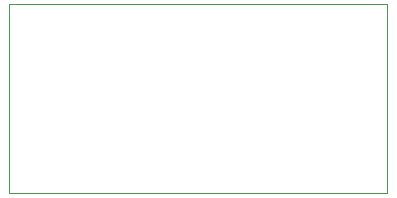
<source format=gko>
G75*
%MOIN*%
%OFA0B0*%
%FSLAX24Y24*%
%IPPOS*%
%LPD*%
%AMOC8*
5,1,8,0,0,1.08239X$1,22.5*
%
%ADD10C,0.0000*%
D10*
X000241Y000241D02*
X000241Y006541D01*
X012840Y006541D01*
X012840Y000241D01*
X000241Y000241D01*
M02*

</source>
